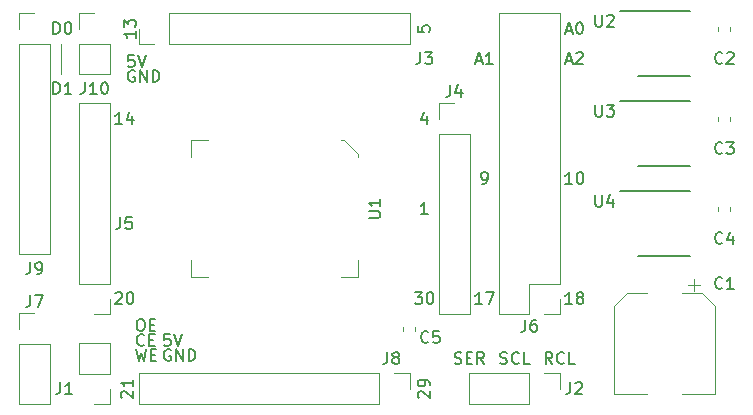
<source format=gbr>
G04 #@! TF.GenerationSoftware,KiCad,Pcbnew,(5.1.5)-3*
G04 #@! TF.CreationDate,2020-03-19T17:15:20+01:00*
G04 #@! TF.ProjectId,ProgrammingBoard,50726f67-7261-46d6-9d69-6e67426f6172,v0.1*
G04 #@! TF.SameCoordinates,Original*
G04 #@! TF.FileFunction,Legend,Top*
G04 #@! TF.FilePolarity,Positive*
%FSLAX46Y46*%
G04 Gerber Fmt 4.6, Leading zero omitted, Abs format (unit mm)*
G04 Created by KiCad (PCBNEW (5.1.5)-3) date 2020-03-19 17:15:20*
%MOMM*%
%LPD*%
G04 APERTURE LIST*
%ADD10C,0.150000*%
%ADD11C,0.120000*%
G04 APERTURE END LIST*
D10*
X198199523Y-129944761D02*
X198342380Y-129992380D01*
X198580476Y-129992380D01*
X198675714Y-129944761D01*
X198723333Y-129897142D01*
X198770952Y-129801904D01*
X198770952Y-129706666D01*
X198723333Y-129611428D01*
X198675714Y-129563809D01*
X198580476Y-129516190D01*
X198390000Y-129468571D01*
X198294761Y-129420952D01*
X198247142Y-129373333D01*
X198199523Y-129278095D01*
X198199523Y-129182857D01*
X198247142Y-129087619D01*
X198294761Y-129040000D01*
X198390000Y-128992380D01*
X198628095Y-128992380D01*
X198770952Y-129040000D01*
X199770952Y-129897142D02*
X199723333Y-129944761D01*
X199580476Y-129992380D01*
X199485238Y-129992380D01*
X199342380Y-129944761D01*
X199247142Y-129849523D01*
X199199523Y-129754285D01*
X199151904Y-129563809D01*
X199151904Y-129420952D01*
X199199523Y-129230476D01*
X199247142Y-129135238D01*
X199342380Y-129040000D01*
X199485238Y-128992380D01*
X199580476Y-128992380D01*
X199723333Y-129040000D01*
X199770952Y-129087619D01*
X200675714Y-129992380D02*
X200199523Y-129992380D01*
X200199523Y-128992380D01*
X202604761Y-129992380D02*
X202271428Y-129516190D01*
X202033333Y-129992380D02*
X202033333Y-128992380D01*
X202414285Y-128992380D01*
X202509523Y-129040000D01*
X202557142Y-129087619D01*
X202604761Y-129182857D01*
X202604761Y-129325714D01*
X202557142Y-129420952D01*
X202509523Y-129468571D01*
X202414285Y-129516190D01*
X202033333Y-129516190D01*
X203604761Y-129897142D02*
X203557142Y-129944761D01*
X203414285Y-129992380D01*
X203319047Y-129992380D01*
X203176190Y-129944761D01*
X203080952Y-129849523D01*
X203033333Y-129754285D01*
X202985714Y-129563809D01*
X202985714Y-129420952D01*
X203033333Y-129230476D01*
X203080952Y-129135238D01*
X203176190Y-129040000D01*
X203319047Y-128992380D01*
X203414285Y-128992380D01*
X203557142Y-129040000D01*
X203604761Y-129087619D01*
X204509523Y-129992380D02*
X204033333Y-129992380D01*
X204033333Y-128992380D01*
X194341904Y-129944761D02*
X194484761Y-129992380D01*
X194722857Y-129992380D01*
X194818095Y-129944761D01*
X194865714Y-129897142D01*
X194913333Y-129801904D01*
X194913333Y-129706666D01*
X194865714Y-129611428D01*
X194818095Y-129563809D01*
X194722857Y-129516190D01*
X194532380Y-129468571D01*
X194437142Y-129420952D01*
X194389523Y-129373333D01*
X194341904Y-129278095D01*
X194341904Y-129182857D01*
X194389523Y-129087619D01*
X194437142Y-129040000D01*
X194532380Y-128992380D01*
X194770476Y-128992380D01*
X194913333Y-129040000D01*
X195341904Y-129468571D02*
X195675238Y-129468571D01*
X195818095Y-129992380D02*
X195341904Y-129992380D01*
X195341904Y-128992380D01*
X195818095Y-128992380D01*
X196818095Y-129992380D02*
X196484761Y-129516190D01*
X196246666Y-129992380D02*
X196246666Y-128992380D01*
X196627619Y-128992380D01*
X196722857Y-129040000D01*
X196770476Y-129087619D01*
X196818095Y-129182857D01*
X196818095Y-129325714D01*
X196770476Y-129420952D01*
X196722857Y-129468571D01*
X196627619Y-129516190D01*
X196246666Y-129516190D01*
X204279523Y-114752380D02*
X203708095Y-114752380D01*
X203993809Y-114752380D02*
X203993809Y-113752380D01*
X203898571Y-113895238D01*
X203803333Y-113990476D01*
X203708095Y-114038095D01*
X204898571Y-113752380D02*
X204993809Y-113752380D01*
X205089047Y-113800000D01*
X205136666Y-113847619D01*
X205184285Y-113942857D01*
X205231904Y-114133333D01*
X205231904Y-114371428D01*
X205184285Y-114561904D01*
X205136666Y-114657142D01*
X205089047Y-114704761D01*
X204993809Y-114752380D01*
X204898571Y-114752380D01*
X204803333Y-114704761D01*
X204755714Y-114657142D01*
X204708095Y-114561904D01*
X204660476Y-114371428D01*
X204660476Y-114133333D01*
X204708095Y-113942857D01*
X204755714Y-113847619D01*
X204803333Y-113800000D01*
X204898571Y-113752380D01*
X196659523Y-114752380D02*
X196850000Y-114752380D01*
X196945238Y-114704761D01*
X196992857Y-114657142D01*
X197088095Y-114514285D01*
X197135714Y-114323809D01*
X197135714Y-113942857D01*
X197088095Y-113847619D01*
X197040476Y-113800000D01*
X196945238Y-113752380D01*
X196754761Y-113752380D01*
X196659523Y-113800000D01*
X196611904Y-113847619D01*
X196564285Y-113942857D01*
X196564285Y-114180952D01*
X196611904Y-114276190D01*
X196659523Y-114323809D01*
X196754761Y-114371428D01*
X196945238Y-114371428D01*
X197040476Y-114323809D01*
X197088095Y-114276190D01*
X197135714Y-114180952D01*
X196659523Y-124912380D02*
X196088095Y-124912380D01*
X196373809Y-124912380D02*
X196373809Y-123912380D01*
X196278571Y-124055238D01*
X196183333Y-124150476D01*
X196088095Y-124198095D01*
X196992857Y-123912380D02*
X197659523Y-123912380D01*
X197230952Y-124912380D01*
X204279523Y-124912380D02*
X203708095Y-124912380D01*
X203993809Y-124912380D02*
X203993809Y-123912380D01*
X203898571Y-124055238D01*
X203803333Y-124150476D01*
X203708095Y-124198095D01*
X204850952Y-124340952D02*
X204755714Y-124293333D01*
X204708095Y-124245714D01*
X204660476Y-124150476D01*
X204660476Y-124102857D01*
X204708095Y-124007619D01*
X204755714Y-123960000D01*
X204850952Y-123912380D01*
X205041428Y-123912380D01*
X205136666Y-123960000D01*
X205184285Y-124007619D01*
X205231904Y-124102857D01*
X205231904Y-124150476D01*
X205184285Y-124245714D01*
X205136666Y-124293333D01*
X205041428Y-124340952D01*
X204850952Y-124340952D01*
X204755714Y-124388571D01*
X204708095Y-124436190D01*
X204660476Y-124531428D01*
X204660476Y-124721904D01*
X204708095Y-124817142D01*
X204755714Y-124864761D01*
X204850952Y-124912380D01*
X205041428Y-124912380D01*
X205136666Y-124864761D01*
X205184285Y-124817142D01*
X205231904Y-124721904D01*
X205231904Y-124531428D01*
X205184285Y-124436190D01*
X205136666Y-124388571D01*
X205041428Y-124340952D01*
X203755714Y-104306666D02*
X204231904Y-104306666D01*
X203660476Y-104592380D02*
X203993809Y-103592380D01*
X204327142Y-104592380D01*
X204612857Y-103687619D02*
X204660476Y-103640000D01*
X204755714Y-103592380D01*
X204993809Y-103592380D01*
X205089047Y-103640000D01*
X205136666Y-103687619D01*
X205184285Y-103782857D01*
X205184285Y-103878095D01*
X205136666Y-104020952D01*
X204565238Y-104592380D01*
X205184285Y-104592380D01*
X196135714Y-104306666D02*
X196611904Y-104306666D01*
X196040476Y-104592380D02*
X196373809Y-103592380D01*
X196707142Y-104592380D01*
X197564285Y-104592380D02*
X196992857Y-104592380D01*
X197278571Y-104592380D02*
X197278571Y-103592380D01*
X197183333Y-103735238D01*
X197088095Y-103830476D01*
X196992857Y-103878095D01*
X203755714Y-101766666D02*
X204231904Y-101766666D01*
X203660476Y-102052380D02*
X203993809Y-101052380D01*
X204327142Y-102052380D01*
X204850952Y-101052380D02*
X204946190Y-101052380D01*
X205041428Y-101100000D01*
X205089047Y-101147619D01*
X205136666Y-101242857D01*
X205184285Y-101433333D01*
X205184285Y-101671428D01*
X205136666Y-101861904D01*
X205089047Y-101957142D01*
X205041428Y-102004761D01*
X204946190Y-102052380D01*
X204850952Y-102052380D01*
X204755714Y-102004761D01*
X204708095Y-101957142D01*
X204660476Y-101861904D01*
X204612857Y-101671428D01*
X204612857Y-101433333D01*
X204660476Y-101242857D01*
X204708095Y-101147619D01*
X204755714Y-101100000D01*
X204850952Y-101052380D01*
X192055714Y-117292380D02*
X191484285Y-117292380D01*
X191770000Y-117292380D02*
X191770000Y-116292380D01*
X191674761Y-116435238D01*
X191579523Y-116530476D01*
X191484285Y-116578095D01*
X191960476Y-109005714D02*
X191960476Y-109672380D01*
X191722380Y-108624761D02*
X191484285Y-109339047D01*
X192103333Y-109339047D01*
X190960476Y-123912380D02*
X191579523Y-123912380D01*
X191246190Y-124293333D01*
X191389047Y-124293333D01*
X191484285Y-124340952D01*
X191531904Y-124388571D01*
X191579523Y-124483809D01*
X191579523Y-124721904D01*
X191531904Y-124817142D01*
X191484285Y-124864761D01*
X191389047Y-124912380D01*
X191103333Y-124912380D01*
X191008095Y-124864761D01*
X190960476Y-124817142D01*
X192198571Y-123912380D02*
X192293809Y-123912380D01*
X192389047Y-123960000D01*
X192436666Y-124007619D01*
X192484285Y-124102857D01*
X192531904Y-124293333D01*
X192531904Y-124531428D01*
X192484285Y-124721904D01*
X192436666Y-124817142D01*
X192389047Y-124864761D01*
X192293809Y-124912380D01*
X192198571Y-124912380D01*
X192103333Y-124864761D01*
X192055714Y-124817142D01*
X192008095Y-124721904D01*
X191960476Y-124531428D01*
X191960476Y-124293333D01*
X192008095Y-124102857D01*
X192055714Y-124007619D01*
X192103333Y-123960000D01*
X192198571Y-123912380D01*
X191317619Y-132841904D02*
X191270000Y-132794285D01*
X191222380Y-132699047D01*
X191222380Y-132460952D01*
X191270000Y-132365714D01*
X191317619Y-132318095D01*
X191412857Y-132270476D01*
X191508095Y-132270476D01*
X191650952Y-132318095D01*
X192222380Y-132889523D01*
X192222380Y-132270476D01*
X192222380Y-131794285D02*
X192222380Y-131603809D01*
X192174761Y-131508571D01*
X192127142Y-131460952D01*
X191984285Y-131365714D01*
X191793809Y-131318095D01*
X191412857Y-131318095D01*
X191317619Y-131365714D01*
X191270000Y-131413333D01*
X191222380Y-131508571D01*
X191222380Y-131699047D01*
X191270000Y-131794285D01*
X191317619Y-131841904D01*
X191412857Y-131889523D01*
X191650952Y-131889523D01*
X191746190Y-131841904D01*
X191793809Y-131794285D01*
X191841428Y-131699047D01*
X191841428Y-131508571D01*
X191793809Y-131413333D01*
X191746190Y-131365714D01*
X191650952Y-131318095D01*
X166171619Y-132841904D02*
X166124000Y-132794285D01*
X166076380Y-132699047D01*
X166076380Y-132460952D01*
X166124000Y-132365714D01*
X166171619Y-132318095D01*
X166266857Y-132270476D01*
X166362095Y-132270476D01*
X166504952Y-132318095D01*
X167076380Y-132889523D01*
X167076380Y-132270476D01*
X167076380Y-131318095D02*
X167076380Y-131889523D01*
X167076380Y-131603809D02*
X166076380Y-131603809D01*
X166219238Y-131699047D01*
X166314476Y-131794285D01*
X166362095Y-131889523D01*
X167330380Y-101790476D02*
X167330380Y-102361904D01*
X167330380Y-102076190D02*
X166330380Y-102076190D01*
X166473238Y-102171428D01*
X166568476Y-102266666D01*
X166616095Y-102361904D01*
X166330380Y-101457142D02*
X166330380Y-100838095D01*
X166711333Y-101171428D01*
X166711333Y-101028571D01*
X166758952Y-100933333D01*
X166806571Y-100885714D01*
X166901809Y-100838095D01*
X167139904Y-100838095D01*
X167235142Y-100885714D01*
X167282761Y-100933333D01*
X167330380Y-101028571D01*
X167330380Y-101314285D01*
X167282761Y-101409523D01*
X167235142Y-101457142D01*
X165608095Y-124007619D02*
X165655714Y-123960000D01*
X165750952Y-123912380D01*
X165989047Y-123912380D01*
X166084285Y-123960000D01*
X166131904Y-124007619D01*
X166179523Y-124102857D01*
X166179523Y-124198095D01*
X166131904Y-124340952D01*
X165560476Y-124912380D01*
X166179523Y-124912380D01*
X166798571Y-123912380D02*
X166893809Y-123912380D01*
X166989047Y-123960000D01*
X167036666Y-124007619D01*
X167084285Y-124102857D01*
X167131904Y-124293333D01*
X167131904Y-124531428D01*
X167084285Y-124721904D01*
X167036666Y-124817142D01*
X166989047Y-124864761D01*
X166893809Y-124912380D01*
X166798571Y-124912380D01*
X166703333Y-124864761D01*
X166655714Y-124817142D01*
X166608095Y-124721904D01*
X166560476Y-124531428D01*
X166560476Y-124293333D01*
X166608095Y-124102857D01*
X166655714Y-124007619D01*
X166703333Y-123960000D01*
X166798571Y-123912380D01*
X166179523Y-109672380D02*
X165608095Y-109672380D01*
X165893809Y-109672380D02*
X165893809Y-108672380D01*
X165798571Y-108815238D01*
X165703333Y-108910476D01*
X165608095Y-108958095D01*
X167036666Y-109005714D02*
X167036666Y-109672380D01*
X166798571Y-108624761D02*
X166560476Y-109339047D01*
X167179523Y-109339047D01*
X191222380Y-101361904D02*
X191222380Y-101838095D01*
X191698571Y-101885714D01*
X191650952Y-101838095D01*
X191603333Y-101742857D01*
X191603333Y-101504761D01*
X191650952Y-101409523D01*
X191698571Y-101361904D01*
X191793809Y-101314285D01*
X192031904Y-101314285D01*
X192127142Y-101361904D01*
X192174761Y-101409523D01*
X192222380Y-101504761D01*
X192222380Y-101742857D01*
X192174761Y-101838095D01*
X192127142Y-101885714D01*
D11*
X161036000Y-102870000D02*
X161036000Y-105410000D01*
D10*
X167229404Y-105164000D02*
X167134166Y-105116380D01*
X166991309Y-105116380D01*
X166848452Y-105164000D01*
X166753214Y-105259238D01*
X166705595Y-105354476D01*
X166657976Y-105544952D01*
X166657976Y-105687809D01*
X166705595Y-105878285D01*
X166753214Y-105973523D01*
X166848452Y-106068761D01*
X166991309Y-106116380D01*
X167086547Y-106116380D01*
X167229404Y-106068761D01*
X167277023Y-106021142D01*
X167277023Y-105687809D01*
X167086547Y-105687809D01*
X167705595Y-106116380D02*
X167705595Y-105116380D01*
X168277023Y-106116380D01*
X168277023Y-105116380D01*
X168753214Y-106116380D02*
X168753214Y-105116380D01*
X168991309Y-105116380D01*
X169134166Y-105164000D01*
X169229404Y-105259238D01*
X169277023Y-105354476D01*
X169324642Y-105544952D01*
X169324642Y-105687809D01*
X169277023Y-105878285D01*
X169229404Y-105973523D01*
X169134166Y-106068761D01*
X168991309Y-106116380D01*
X168753214Y-106116380D01*
X167181785Y-103846380D02*
X166705595Y-103846380D01*
X166657976Y-104322571D01*
X166705595Y-104274952D01*
X166800833Y-104227333D01*
X167038928Y-104227333D01*
X167134166Y-104274952D01*
X167181785Y-104322571D01*
X167229404Y-104417809D01*
X167229404Y-104655904D01*
X167181785Y-104751142D01*
X167134166Y-104798761D01*
X167038928Y-104846380D01*
X166800833Y-104846380D01*
X166705595Y-104798761D01*
X166657976Y-104751142D01*
X167515119Y-103846380D02*
X167848452Y-104846380D01*
X168181785Y-103846380D01*
X160355595Y-107132380D02*
X160355595Y-106132380D01*
X160593690Y-106132380D01*
X160736547Y-106180000D01*
X160831785Y-106275238D01*
X160879404Y-106370476D01*
X160927023Y-106560952D01*
X160927023Y-106703809D01*
X160879404Y-106894285D01*
X160831785Y-106989523D01*
X160736547Y-107084761D01*
X160593690Y-107132380D01*
X160355595Y-107132380D01*
X161879404Y-107132380D02*
X161307976Y-107132380D01*
X161593690Y-107132380D02*
X161593690Y-106132380D01*
X161498452Y-106275238D01*
X161403214Y-106370476D01*
X161307976Y-106418095D01*
X160355595Y-102052380D02*
X160355595Y-101052380D01*
X160593690Y-101052380D01*
X160736547Y-101100000D01*
X160831785Y-101195238D01*
X160879404Y-101290476D01*
X160927023Y-101480952D01*
X160927023Y-101623809D01*
X160879404Y-101814285D01*
X160831785Y-101909523D01*
X160736547Y-102004761D01*
X160593690Y-102052380D01*
X160355595Y-102052380D01*
X161546071Y-101052380D02*
X161641309Y-101052380D01*
X161736547Y-101100000D01*
X161784166Y-101147619D01*
X161831785Y-101242857D01*
X161879404Y-101433333D01*
X161879404Y-101671428D01*
X161831785Y-101861904D01*
X161784166Y-101957142D01*
X161736547Y-102004761D01*
X161641309Y-102052380D01*
X161546071Y-102052380D01*
X161450833Y-102004761D01*
X161403214Y-101957142D01*
X161355595Y-101861904D01*
X161307976Y-101671428D01*
X161307976Y-101433333D01*
X161355595Y-101242857D01*
X161403214Y-101147619D01*
X161450833Y-101100000D01*
X161546071Y-101052380D01*
X167372357Y-128738380D02*
X167610452Y-129738380D01*
X167800928Y-129024095D01*
X167991404Y-129738380D01*
X168229500Y-128738380D01*
X168610452Y-129214571D02*
X168943785Y-129214571D01*
X169086642Y-129738380D02*
X168610452Y-129738380D01*
X168610452Y-128738380D01*
X169086642Y-128738380D01*
X168039023Y-128373142D02*
X167991404Y-128420761D01*
X167848547Y-128468380D01*
X167753309Y-128468380D01*
X167610452Y-128420761D01*
X167515214Y-128325523D01*
X167467595Y-128230285D01*
X167419976Y-128039809D01*
X167419976Y-127896952D01*
X167467595Y-127706476D01*
X167515214Y-127611238D01*
X167610452Y-127516000D01*
X167753309Y-127468380D01*
X167848547Y-127468380D01*
X167991404Y-127516000D01*
X168039023Y-127563619D01*
X168467595Y-127944571D02*
X168800928Y-127944571D01*
X168943785Y-128468380D02*
X168467595Y-128468380D01*
X168467595Y-127468380D01*
X168943785Y-127468380D01*
X167658071Y-126198380D02*
X167848547Y-126198380D01*
X167943785Y-126246000D01*
X168039023Y-126341238D01*
X168086642Y-126531714D01*
X168086642Y-126865047D01*
X168039023Y-127055523D01*
X167943785Y-127150761D01*
X167848547Y-127198380D01*
X167658071Y-127198380D01*
X167562833Y-127150761D01*
X167467595Y-127055523D01*
X167419976Y-126865047D01*
X167419976Y-126531714D01*
X167467595Y-126341238D01*
X167562833Y-126246000D01*
X167658071Y-126198380D01*
X168515214Y-126674571D02*
X168848547Y-126674571D01*
X168991404Y-127198380D02*
X168515214Y-127198380D01*
X168515214Y-126198380D01*
X168991404Y-126198380D01*
X170277404Y-128786000D02*
X170182166Y-128738380D01*
X170039309Y-128738380D01*
X169896452Y-128786000D01*
X169801214Y-128881238D01*
X169753595Y-128976476D01*
X169705976Y-129166952D01*
X169705976Y-129309809D01*
X169753595Y-129500285D01*
X169801214Y-129595523D01*
X169896452Y-129690761D01*
X170039309Y-129738380D01*
X170134547Y-129738380D01*
X170277404Y-129690761D01*
X170325023Y-129643142D01*
X170325023Y-129309809D01*
X170134547Y-129309809D01*
X170753595Y-129738380D02*
X170753595Y-128738380D01*
X171325023Y-129738380D01*
X171325023Y-128738380D01*
X171801214Y-129738380D02*
X171801214Y-128738380D01*
X172039309Y-128738380D01*
X172182166Y-128786000D01*
X172277404Y-128881238D01*
X172325023Y-128976476D01*
X172372642Y-129166952D01*
X172372642Y-129309809D01*
X172325023Y-129500285D01*
X172277404Y-129595523D01*
X172182166Y-129690761D01*
X172039309Y-129738380D01*
X171801214Y-129738380D01*
X170229785Y-127468380D02*
X169753595Y-127468380D01*
X169705976Y-127944571D01*
X169753595Y-127896952D01*
X169848833Y-127849333D01*
X170086928Y-127849333D01*
X170182166Y-127896952D01*
X170229785Y-127944571D01*
X170277404Y-128039809D01*
X170277404Y-128277904D01*
X170229785Y-128373142D01*
X170182166Y-128420761D01*
X170086928Y-128468380D01*
X169848833Y-128468380D01*
X169753595Y-128420761D01*
X169705976Y-128373142D01*
X170563119Y-127468380D02*
X170896452Y-128468380D01*
X171229785Y-127468380D01*
D11*
X190560000Y-130750000D02*
X190560000Y-132080000D01*
X189230000Y-130750000D02*
X190560000Y-130750000D01*
X187960000Y-130750000D02*
X187960000Y-133410000D01*
X187960000Y-133410000D02*
X167580000Y-133410000D01*
X187960000Y-130750000D02*
X167580000Y-130750000D01*
X167580000Y-130750000D02*
X167580000Y-133410000D01*
X203260000Y-130750000D02*
X203260000Y-132080000D01*
X201930000Y-130750000D02*
X203260000Y-130750000D01*
X200660000Y-130750000D02*
X200660000Y-133410000D01*
X200660000Y-133410000D02*
X195520000Y-133410000D01*
X200660000Y-130750000D02*
X195520000Y-130750000D01*
X195520000Y-130750000D02*
X195520000Y-133410000D01*
X207830000Y-132530000D02*
X210580000Y-132530000D01*
X216350000Y-132530000D02*
X213600000Y-132530000D01*
X216350000Y-125074437D02*
X216350000Y-132530000D01*
X207830000Y-125074437D02*
X207830000Y-132530000D01*
X208894437Y-124010000D02*
X210580000Y-124010000D01*
X215285563Y-124010000D02*
X213600000Y-124010000D01*
X215285563Y-124010000D02*
X216350000Y-125074437D01*
X208894437Y-124010000D02*
X207830000Y-125074437D01*
X214600000Y-122770000D02*
X214600000Y-123770000D01*
X215100000Y-123270000D02*
X214100000Y-123270000D01*
X157420000Y-133410000D02*
X160080000Y-133410000D01*
X157420000Y-128270000D02*
X157420000Y-133410000D01*
X160080000Y-128270000D02*
X160080000Y-133410000D01*
X157420000Y-128270000D02*
X160080000Y-128270000D01*
X157420000Y-127000000D02*
X157420000Y-125670000D01*
X157420000Y-125670000D02*
X158750000Y-125670000D01*
X165160000Y-128210000D02*
X162500000Y-128210000D01*
X165160000Y-130810000D02*
X165160000Y-128210000D01*
X162500000Y-130810000D02*
X162500000Y-128210000D01*
X165160000Y-130810000D02*
X162500000Y-130810000D01*
X165160000Y-132080000D02*
X165160000Y-133410000D01*
X165160000Y-133410000D02*
X163830000Y-133410000D01*
X216660000Y-101762779D02*
X216660000Y-101437221D01*
X217680000Y-101762779D02*
X217680000Y-101437221D01*
X216660000Y-109382779D02*
X216660000Y-109057221D01*
X217680000Y-109382779D02*
X217680000Y-109057221D01*
X217680000Y-117002779D02*
X217680000Y-116677221D01*
X216660000Y-117002779D02*
X216660000Y-116677221D01*
X189990000Y-126837221D02*
X189990000Y-127162779D01*
X191010000Y-126837221D02*
X191010000Y-127162779D01*
X190560000Y-102930000D02*
X190560000Y-100270000D01*
X170180000Y-102930000D02*
X190560000Y-102930000D01*
X170180000Y-100270000D02*
X190560000Y-100270000D01*
X170180000Y-102930000D02*
X170180000Y-100270000D01*
X168910000Y-102930000D02*
X167580000Y-102930000D01*
X167580000Y-102930000D02*
X167580000Y-101600000D01*
X192980000Y-125790000D02*
X195640000Y-125790000D01*
X192980000Y-110490000D02*
X192980000Y-125790000D01*
X195640000Y-110490000D02*
X195640000Y-125790000D01*
X192980000Y-110490000D02*
X195640000Y-110490000D01*
X192980000Y-109220000D02*
X192980000Y-107890000D01*
X192980000Y-107890000D02*
X194310000Y-107890000D01*
X165160000Y-125790000D02*
X163830000Y-125790000D01*
X165160000Y-124460000D02*
X165160000Y-125790000D01*
X165160000Y-123190000D02*
X162500000Y-123190000D01*
X162500000Y-123190000D02*
X162500000Y-107890000D01*
X165160000Y-123190000D02*
X165160000Y-107890000D01*
X165160000Y-107890000D02*
X162500000Y-107890000D01*
X203260000Y-100270000D02*
X198060000Y-100270000D01*
X203260000Y-123190000D02*
X203260000Y-100270000D01*
X198060000Y-125790000D02*
X198060000Y-100270000D01*
X203260000Y-123190000D02*
X200660000Y-123190000D01*
X200660000Y-123190000D02*
X200660000Y-125790000D01*
X200660000Y-125790000D02*
X198060000Y-125790000D01*
X203260000Y-124460000D02*
X203260000Y-125790000D01*
X203260000Y-125790000D02*
X201930000Y-125790000D01*
X157420000Y-120710000D02*
X160080000Y-120710000D01*
X157420000Y-102870000D02*
X157420000Y-120710000D01*
X160080000Y-102870000D02*
X160080000Y-120710000D01*
X157420000Y-102870000D02*
X160080000Y-102870000D01*
X157420000Y-101600000D02*
X157420000Y-100270000D01*
X157420000Y-100270000D02*
X158750000Y-100270000D01*
X186165000Y-121210000D02*
X186165000Y-122665000D01*
X186165000Y-122665000D02*
X184710000Y-122665000D01*
X171975000Y-112470000D02*
X171975000Y-111015000D01*
X171975000Y-111015000D02*
X173430000Y-111015000D01*
X171975000Y-121210000D02*
X171975000Y-122665000D01*
X171975000Y-122665000D02*
X173430000Y-122665000D01*
X186165000Y-112470000D02*
X186165000Y-112187218D01*
X186165000Y-112187218D02*
X184992782Y-111015000D01*
X184992782Y-111015000D02*
X184710000Y-111015000D01*
D10*
X208315000Y-100070000D02*
X214290000Y-100070000D01*
X209890000Y-105595000D02*
X214290000Y-105595000D01*
X209890000Y-113215000D02*
X214290000Y-113215000D01*
X208315000Y-107690000D02*
X214290000Y-107690000D01*
X209890000Y-120835000D02*
X214290000Y-120835000D01*
X208315000Y-115310000D02*
X214290000Y-115310000D01*
D11*
X162500000Y-105470000D02*
X165160000Y-105470000D01*
X162500000Y-102870000D02*
X162500000Y-105470000D01*
X165160000Y-102870000D02*
X165160000Y-105470000D01*
X162500000Y-102870000D02*
X165160000Y-102870000D01*
X162500000Y-101600000D02*
X162500000Y-100270000D01*
X162500000Y-100270000D02*
X163830000Y-100270000D01*
D10*
X188642666Y-128992380D02*
X188642666Y-129706666D01*
X188595047Y-129849523D01*
X188499809Y-129944761D01*
X188356952Y-129992380D01*
X188261714Y-129992380D01*
X189261714Y-129420952D02*
X189166476Y-129373333D01*
X189118857Y-129325714D01*
X189071238Y-129230476D01*
X189071238Y-129182857D01*
X189118857Y-129087619D01*
X189166476Y-129040000D01*
X189261714Y-128992380D01*
X189452190Y-128992380D01*
X189547428Y-129040000D01*
X189595047Y-129087619D01*
X189642666Y-129182857D01*
X189642666Y-129230476D01*
X189595047Y-129325714D01*
X189547428Y-129373333D01*
X189452190Y-129420952D01*
X189261714Y-129420952D01*
X189166476Y-129468571D01*
X189118857Y-129516190D01*
X189071238Y-129611428D01*
X189071238Y-129801904D01*
X189118857Y-129897142D01*
X189166476Y-129944761D01*
X189261714Y-129992380D01*
X189452190Y-129992380D01*
X189547428Y-129944761D01*
X189595047Y-129897142D01*
X189642666Y-129801904D01*
X189642666Y-129611428D01*
X189595047Y-129516190D01*
X189547428Y-129468571D01*
X189452190Y-129420952D01*
X204136666Y-131532380D02*
X204136666Y-132246666D01*
X204089047Y-132389523D01*
X203993809Y-132484761D01*
X203850952Y-132532380D01*
X203755714Y-132532380D01*
X204565238Y-131627619D02*
X204612857Y-131580000D01*
X204708095Y-131532380D01*
X204946190Y-131532380D01*
X205041428Y-131580000D01*
X205089047Y-131627619D01*
X205136666Y-131722857D01*
X205136666Y-131818095D01*
X205089047Y-131960952D01*
X204517619Y-132532380D01*
X205136666Y-132532380D01*
X217003333Y-123547142D02*
X216955714Y-123594761D01*
X216812857Y-123642380D01*
X216717619Y-123642380D01*
X216574761Y-123594761D01*
X216479523Y-123499523D01*
X216431904Y-123404285D01*
X216384285Y-123213809D01*
X216384285Y-123070952D01*
X216431904Y-122880476D01*
X216479523Y-122785238D01*
X216574761Y-122690000D01*
X216717619Y-122642380D01*
X216812857Y-122642380D01*
X216955714Y-122690000D01*
X217003333Y-122737619D01*
X217955714Y-123642380D02*
X217384285Y-123642380D01*
X217670000Y-123642380D02*
X217670000Y-122642380D01*
X217574761Y-122785238D01*
X217479523Y-122880476D01*
X217384285Y-122928095D01*
X158416666Y-124122380D02*
X158416666Y-124836666D01*
X158369047Y-124979523D01*
X158273809Y-125074761D01*
X158130952Y-125122380D01*
X158035714Y-125122380D01*
X158797619Y-124122380D02*
X159464285Y-124122380D01*
X159035714Y-125122380D01*
X160956666Y-131532380D02*
X160956666Y-132246666D01*
X160909047Y-132389523D01*
X160813809Y-132484761D01*
X160670952Y-132532380D01*
X160575714Y-132532380D01*
X161956666Y-132532380D02*
X161385238Y-132532380D01*
X161670952Y-132532380D02*
X161670952Y-131532380D01*
X161575714Y-131675238D01*
X161480476Y-131770476D01*
X161385238Y-131818095D01*
X217003333Y-104497142D02*
X216955714Y-104544761D01*
X216812857Y-104592380D01*
X216717619Y-104592380D01*
X216574761Y-104544761D01*
X216479523Y-104449523D01*
X216431904Y-104354285D01*
X216384285Y-104163809D01*
X216384285Y-104020952D01*
X216431904Y-103830476D01*
X216479523Y-103735238D01*
X216574761Y-103640000D01*
X216717619Y-103592380D01*
X216812857Y-103592380D01*
X216955714Y-103640000D01*
X217003333Y-103687619D01*
X217384285Y-103687619D02*
X217431904Y-103640000D01*
X217527142Y-103592380D01*
X217765238Y-103592380D01*
X217860476Y-103640000D01*
X217908095Y-103687619D01*
X217955714Y-103782857D01*
X217955714Y-103878095D01*
X217908095Y-104020952D01*
X217336666Y-104592380D01*
X217955714Y-104592380D01*
X217003333Y-112117142D02*
X216955714Y-112164761D01*
X216812857Y-112212380D01*
X216717619Y-112212380D01*
X216574761Y-112164761D01*
X216479523Y-112069523D01*
X216431904Y-111974285D01*
X216384285Y-111783809D01*
X216384285Y-111640952D01*
X216431904Y-111450476D01*
X216479523Y-111355238D01*
X216574761Y-111260000D01*
X216717619Y-111212380D01*
X216812857Y-111212380D01*
X216955714Y-111260000D01*
X217003333Y-111307619D01*
X217336666Y-111212380D02*
X217955714Y-111212380D01*
X217622380Y-111593333D01*
X217765238Y-111593333D01*
X217860476Y-111640952D01*
X217908095Y-111688571D01*
X217955714Y-111783809D01*
X217955714Y-112021904D01*
X217908095Y-112117142D01*
X217860476Y-112164761D01*
X217765238Y-112212380D01*
X217479523Y-112212380D01*
X217384285Y-112164761D01*
X217336666Y-112117142D01*
X217003333Y-119737142D02*
X216955714Y-119784761D01*
X216812857Y-119832380D01*
X216717619Y-119832380D01*
X216574761Y-119784761D01*
X216479523Y-119689523D01*
X216431904Y-119594285D01*
X216384285Y-119403809D01*
X216384285Y-119260952D01*
X216431904Y-119070476D01*
X216479523Y-118975238D01*
X216574761Y-118880000D01*
X216717619Y-118832380D01*
X216812857Y-118832380D01*
X216955714Y-118880000D01*
X217003333Y-118927619D01*
X217860476Y-119165714D02*
X217860476Y-119832380D01*
X217622380Y-118784761D02*
X217384285Y-119499047D01*
X218003333Y-119499047D01*
X192111333Y-128119142D02*
X192063714Y-128166761D01*
X191920857Y-128214380D01*
X191825619Y-128214380D01*
X191682761Y-128166761D01*
X191587523Y-128071523D01*
X191539904Y-127976285D01*
X191492285Y-127785809D01*
X191492285Y-127642952D01*
X191539904Y-127452476D01*
X191587523Y-127357238D01*
X191682761Y-127262000D01*
X191825619Y-127214380D01*
X191920857Y-127214380D01*
X192063714Y-127262000D01*
X192111333Y-127309619D01*
X193016095Y-127214380D02*
X192539904Y-127214380D01*
X192492285Y-127690571D01*
X192539904Y-127642952D01*
X192635142Y-127595333D01*
X192873238Y-127595333D01*
X192968476Y-127642952D01*
X193016095Y-127690571D01*
X193063714Y-127785809D01*
X193063714Y-128023904D01*
X193016095Y-128119142D01*
X192968476Y-128166761D01*
X192873238Y-128214380D01*
X192635142Y-128214380D01*
X192539904Y-128166761D01*
X192492285Y-128119142D01*
X191436666Y-103592380D02*
X191436666Y-104306666D01*
X191389047Y-104449523D01*
X191293809Y-104544761D01*
X191150952Y-104592380D01*
X191055714Y-104592380D01*
X191817619Y-103592380D02*
X192436666Y-103592380D01*
X192103333Y-103973333D01*
X192246190Y-103973333D01*
X192341428Y-104020952D01*
X192389047Y-104068571D01*
X192436666Y-104163809D01*
X192436666Y-104401904D01*
X192389047Y-104497142D01*
X192341428Y-104544761D01*
X192246190Y-104592380D01*
X191960476Y-104592380D01*
X191865238Y-104544761D01*
X191817619Y-104497142D01*
X193976666Y-106342380D02*
X193976666Y-107056666D01*
X193929047Y-107199523D01*
X193833809Y-107294761D01*
X193690952Y-107342380D01*
X193595714Y-107342380D01*
X194881428Y-106675714D02*
X194881428Y-107342380D01*
X194643333Y-106294761D02*
X194405238Y-107009047D01*
X195024285Y-107009047D01*
X166036666Y-117562380D02*
X166036666Y-118276666D01*
X165989047Y-118419523D01*
X165893809Y-118514761D01*
X165750952Y-118562380D01*
X165655714Y-118562380D01*
X166989047Y-117562380D02*
X166512857Y-117562380D01*
X166465238Y-118038571D01*
X166512857Y-117990952D01*
X166608095Y-117943333D01*
X166846190Y-117943333D01*
X166941428Y-117990952D01*
X166989047Y-118038571D01*
X167036666Y-118133809D01*
X167036666Y-118371904D01*
X166989047Y-118467142D01*
X166941428Y-118514761D01*
X166846190Y-118562380D01*
X166608095Y-118562380D01*
X166512857Y-118514761D01*
X166465238Y-118467142D01*
X200326666Y-126242380D02*
X200326666Y-126956666D01*
X200279047Y-127099523D01*
X200183809Y-127194761D01*
X200040952Y-127242380D01*
X199945714Y-127242380D01*
X201231428Y-126242380D02*
X201040952Y-126242380D01*
X200945714Y-126290000D01*
X200898095Y-126337619D01*
X200802857Y-126480476D01*
X200755238Y-126670952D01*
X200755238Y-127051904D01*
X200802857Y-127147142D01*
X200850476Y-127194761D01*
X200945714Y-127242380D01*
X201136190Y-127242380D01*
X201231428Y-127194761D01*
X201279047Y-127147142D01*
X201326666Y-127051904D01*
X201326666Y-126813809D01*
X201279047Y-126718571D01*
X201231428Y-126670952D01*
X201136190Y-126623333D01*
X200945714Y-126623333D01*
X200850476Y-126670952D01*
X200802857Y-126718571D01*
X200755238Y-126813809D01*
X158416666Y-121372380D02*
X158416666Y-122086666D01*
X158369047Y-122229523D01*
X158273809Y-122324761D01*
X158130952Y-122372380D01*
X158035714Y-122372380D01*
X158940476Y-122372380D02*
X159130952Y-122372380D01*
X159226190Y-122324761D01*
X159273809Y-122277142D01*
X159369047Y-122134285D01*
X159416666Y-121943809D01*
X159416666Y-121562857D01*
X159369047Y-121467619D01*
X159321428Y-121420000D01*
X159226190Y-121372380D01*
X159035714Y-121372380D01*
X158940476Y-121420000D01*
X158892857Y-121467619D01*
X158845238Y-121562857D01*
X158845238Y-121800952D01*
X158892857Y-121896190D01*
X158940476Y-121943809D01*
X159035714Y-121991428D01*
X159226190Y-121991428D01*
X159321428Y-121943809D01*
X159369047Y-121896190D01*
X159416666Y-121800952D01*
X187042380Y-117601904D02*
X187851904Y-117601904D01*
X187947142Y-117554285D01*
X187994761Y-117506666D01*
X188042380Y-117411428D01*
X188042380Y-117220952D01*
X187994761Y-117125714D01*
X187947142Y-117078095D01*
X187851904Y-117030476D01*
X187042380Y-117030476D01*
X188042380Y-116030476D02*
X188042380Y-116601904D01*
X188042380Y-116316190D02*
X187042380Y-116316190D01*
X187185238Y-116411428D01*
X187280476Y-116506666D01*
X187328095Y-116601904D01*
X206248095Y-100417380D02*
X206248095Y-101226904D01*
X206295714Y-101322142D01*
X206343333Y-101369761D01*
X206438571Y-101417380D01*
X206629047Y-101417380D01*
X206724285Y-101369761D01*
X206771904Y-101322142D01*
X206819523Y-101226904D01*
X206819523Y-100417380D01*
X207248095Y-100512619D02*
X207295714Y-100465000D01*
X207390952Y-100417380D01*
X207629047Y-100417380D01*
X207724285Y-100465000D01*
X207771904Y-100512619D01*
X207819523Y-100607857D01*
X207819523Y-100703095D01*
X207771904Y-100845952D01*
X207200476Y-101417380D01*
X207819523Y-101417380D01*
X206248095Y-108037380D02*
X206248095Y-108846904D01*
X206295714Y-108942142D01*
X206343333Y-108989761D01*
X206438571Y-109037380D01*
X206629047Y-109037380D01*
X206724285Y-108989761D01*
X206771904Y-108942142D01*
X206819523Y-108846904D01*
X206819523Y-108037380D01*
X207200476Y-108037380D02*
X207819523Y-108037380D01*
X207486190Y-108418333D01*
X207629047Y-108418333D01*
X207724285Y-108465952D01*
X207771904Y-108513571D01*
X207819523Y-108608809D01*
X207819523Y-108846904D01*
X207771904Y-108942142D01*
X207724285Y-108989761D01*
X207629047Y-109037380D01*
X207343333Y-109037380D01*
X207248095Y-108989761D01*
X207200476Y-108942142D01*
X206248095Y-115657380D02*
X206248095Y-116466904D01*
X206295714Y-116562142D01*
X206343333Y-116609761D01*
X206438571Y-116657380D01*
X206629047Y-116657380D01*
X206724285Y-116609761D01*
X206771904Y-116562142D01*
X206819523Y-116466904D01*
X206819523Y-115657380D01*
X207724285Y-115990714D02*
X207724285Y-116657380D01*
X207486190Y-115609761D02*
X207248095Y-116324047D01*
X207867142Y-116324047D01*
X163020476Y-106132380D02*
X163020476Y-106846666D01*
X162972857Y-106989523D01*
X162877619Y-107084761D01*
X162734761Y-107132380D01*
X162639523Y-107132380D01*
X164020476Y-107132380D02*
X163449047Y-107132380D01*
X163734761Y-107132380D02*
X163734761Y-106132380D01*
X163639523Y-106275238D01*
X163544285Y-106370476D01*
X163449047Y-106418095D01*
X164639523Y-106132380D02*
X164734761Y-106132380D01*
X164830000Y-106180000D01*
X164877619Y-106227619D01*
X164925238Y-106322857D01*
X164972857Y-106513333D01*
X164972857Y-106751428D01*
X164925238Y-106941904D01*
X164877619Y-107037142D01*
X164830000Y-107084761D01*
X164734761Y-107132380D01*
X164639523Y-107132380D01*
X164544285Y-107084761D01*
X164496666Y-107037142D01*
X164449047Y-106941904D01*
X164401428Y-106751428D01*
X164401428Y-106513333D01*
X164449047Y-106322857D01*
X164496666Y-106227619D01*
X164544285Y-106180000D01*
X164639523Y-106132380D01*
M02*

</source>
